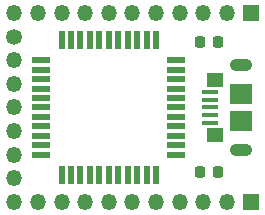
<source format=gts>
G04 #@! TF.GenerationSoftware,KiCad,Pcbnew,9.0.1-9.0.1-0~ubuntu25.04.1*
G04 #@! TF.CreationDate,2025-05-06T20:57:22+10:00*
G04 #@! TF.ProjectId,MiniUNO,4d696e69-554e-44f2-9e6b-696361645f70,rev?*
G04 #@! TF.SameCoordinates,Original*
G04 #@! TF.FileFunction,Soldermask,Top*
G04 #@! TF.FilePolarity,Negative*
%FSLAX46Y46*%
G04 Gerber Fmt 4.6, Leading zero omitted, Abs format (unit mm)*
G04 Created by KiCad (PCBNEW 9.0.1-9.0.1-0~ubuntu25.04.1) date 2025-05-06 20:57:22*
%MOMM*%
%LPD*%
G01*
G04 APERTURE LIST*
G04 Aperture macros list*
%AMRoundRect*
0 Rectangle with rounded corners*
0 $1 Rounding radius*
0 $2 $3 $4 $5 $6 $7 $8 $9 X,Y pos of 4 corners*
0 Add a 4 corners polygon primitive as box body*
4,1,4,$2,$3,$4,$5,$6,$7,$8,$9,$2,$3,0*
0 Add four circle primitives for the rounded corners*
1,1,$1+$1,$2,$3*
1,1,$1+$1,$4,$5*
1,1,$1+$1,$6,$7*
1,1,$1+$1,$8,$9*
0 Add four rect primitives between the rounded corners*
20,1,$1+$1,$2,$3,$4,$5,0*
20,1,$1+$1,$4,$5,$6,$7,0*
20,1,$1+$1,$6,$7,$8,$9,0*
20,1,$1+$1,$8,$9,$2,$3,0*%
G04 Aperture macros list end*
%ADD10RoundRect,0.218750X0.218750X0.256250X-0.218750X0.256250X-0.218750X-0.256250X0.218750X-0.256250X0*%
%ADD11R,1.400000X0.400000*%
%ADD12O,1.900000X1.050000*%
%ADD13R,1.450000X1.150000*%
%ADD14R,1.900000X1.750000*%
%ADD15R,1.500000X0.550000*%
%ADD16R,0.550000X1.500000*%
%ADD17R,1.350000X1.350000*%
%ADD18O,1.350000X1.350000*%
%ADD19C,1.350000*%
G04 APERTURE END LIST*
D10*
G04 #@! TO.C,D1*
X9287500Y5500000D03*
X7712500Y5500000D03*
G04 #@! TD*
D11*
G04 #@! TO.C,J1*
X8550000Y-1300000D03*
X8550000Y-650000D03*
X8550000Y0D03*
X8550000Y650000D03*
X8550000Y1300000D03*
D12*
X11200000Y-3575000D03*
D13*
X8970000Y-2320000D03*
D14*
X11200000Y-1125000D03*
X11200000Y1125000D03*
D13*
X8970000Y2320000D03*
D12*
X11200000Y3575000D03*
G04 #@! TD*
D10*
G04 #@! TO.C,D2*
X9287500Y-5500000D03*
X7712500Y-5500000D03*
G04 #@! TD*
D15*
G04 #@! TO.C,U1*
X5700000Y-4000000D03*
X5700000Y-3200000D03*
X5700000Y-2400000D03*
X5700000Y-1600000D03*
X5700000Y-800000D03*
X5700000Y0D03*
X5700000Y800000D03*
X5700000Y1600000D03*
X5700000Y2400000D03*
X5700000Y3200000D03*
X5700000Y4000000D03*
D16*
X4000000Y5700000D03*
X3200000Y5700000D03*
X2400000Y5700000D03*
X1600000Y5700000D03*
X800000Y5700000D03*
X0Y5700000D03*
X-800000Y5700000D03*
X-1600000Y5700000D03*
X-2400000Y5700000D03*
X-3200000Y5700000D03*
X-4000000Y5700000D03*
D15*
X-5700000Y4000000D03*
X-5700000Y3200000D03*
X-5700000Y2400000D03*
X-5700000Y1600000D03*
X-5700000Y800000D03*
X-5700000Y0D03*
X-5700000Y-800000D03*
X-5700000Y-1600000D03*
X-5700000Y-2400000D03*
X-5700000Y-3200000D03*
X-5700000Y-4000000D03*
D16*
X-4000000Y-5700000D03*
X-3200000Y-5700000D03*
X-2400000Y-5700000D03*
X-1600000Y-5700000D03*
X-800000Y-5700000D03*
X0Y-5700000D03*
X800000Y-5700000D03*
X1600000Y-5700000D03*
X2400000Y-5700000D03*
X3200000Y-5700000D03*
X4000000Y-5700000D03*
G04 #@! TD*
D17*
G04 #@! TO.C,J3*
X12000000Y-8000000D03*
D18*
X10000000Y-8000000D03*
X8000000Y-8000000D03*
X6000000Y-8000000D03*
X4000000Y-8000000D03*
X2000000Y-8000000D03*
X0Y-8000000D03*
X-2000000Y-8000000D03*
X-4000000Y-8000000D03*
X-6000000Y-8000000D03*
X-8000000Y-8000000D03*
G04 #@! TD*
D17*
G04 #@! TO.C,J2*
X12000000Y8000000D03*
D18*
X10000000Y8000000D03*
X8000000Y8000000D03*
X6000000Y8000000D03*
X4000000Y8000000D03*
X2000000Y8000000D03*
X0Y8000000D03*
X-2000000Y8000000D03*
X-4000000Y8000000D03*
X-6000000Y8000000D03*
X-8000000Y8000000D03*
G04 #@! TD*
D19*
G04 #@! TO.C,J4*
X-8000000Y6000000D03*
D18*
X-8000000Y4000000D03*
X-8000000Y2000000D03*
X-8000000Y0D03*
X-8000000Y-2000000D03*
X-8000000Y-4000000D03*
X-8000000Y-6000000D03*
G04 #@! TD*
M02*

</source>
